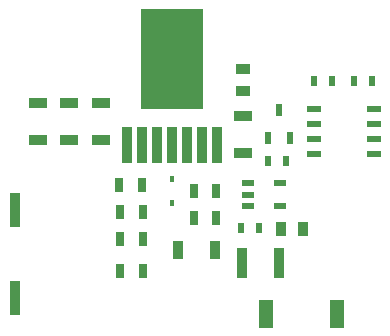
<source format=gtp>
G04 Layer_Color=8421504*
%FSLAX44Y44*%
%MOMM*%
G71*
G01*
G75*
%ADD10R,0.7000X1.3000*%
%ADD11R,0.4500X0.5900*%
%ADD12R,0.9000X1.3000*%
%ADD13R,0.9000X2.8500*%
%ADD14R,0.9000X1.6000*%
%ADD15R,1.6000X0.9000*%
%ADD16R,0.6000X0.9000*%
%ADD17R,0.9000X2.5000*%
%ADD18R,1.3000X2.4000*%
%ADD19R,1.0000X0.5500*%
%ADD20R,1.3000X0.9000*%
%ADD21R,0.8900X3.0600*%
%ADD22R,5.3500X8.5400*%
%ADD23R,0.5500X1.0000*%
%ADD24R,1.1940X0.5590*%
D10*
X490500Y517000D02*
D03*
X471500D02*
D03*
X491500Y444000D02*
D03*
X472500D02*
D03*
X491500Y471000D02*
D03*
X472500D02*
D03*
X491500Y494000D02*
D03*
X472500D02*
D03*
X534500Y489000D02*
D03*
X553500D02*
D03*
X553500Y512000D02*
D03*
X534500D02*
D03*
D11*
X516000Y501450D02*
D03*
Y522550D02*
D03*
D12*
X608500Y480000D02*
D03*
X627500D02*
D03*
D13*
X383000Y496250D02*
D03*
Y421750D02*
D03*
D14*
X552500Y462000D02*
D03*
X521500D02*
D03*
D15*
X403000Y555500D02*
D03*
Y586500D02*
D03*
X456000D02*
D03*
Y555500D02*
D03*
X429000D02*
D03*
Y586500D02*
D03*
X576000Y575500D02*
D03*
Y544500D02*
D03*
D16*
X574500Y481000D02*
D03*
X589500D02*
D03*
X597500Y537000D02*
D03*
X612500D02*
D03*
X636500Y605000D02*
D03*
X651500D02*
D03*
X670500D02*
D03*
X685500D02*
D03*
D17*
X606500Y451000D02*
D03*
X575500D02*
D03*
D18*
X596000Y408000D02*
D03*
X656000D02*
D03*
D19*
X580500Y518500D02*
D03*
Y509000D02*
D03*
Y499500D02*
D03*
X607500Y518500D02*
D03*
Y499500D02*
D03*
D20*
X576000Y615500D02*
D03*
Y596500D02*
D03*
D21*
X477900Y551000D02*
D03*
X490600D02*
D03*
X503300D02*
D03*
X516000D02*
D03*
X528700D02*
D03*
X541400D02*
D03*
X554100D02*
D03*
D22*
X516000Y624050D02*
D03*
D23*
X597500Y557150D02*
D03*
X616500D02*
D03*
X607000Y580850D02*
D03*
D24*
X687270Y542950D02*
D03*
Y555650D02*
D03*
Y568350D02*
D03*
Y581050D02*
D03*
X636730Y542950D02*
D03*
Y555650D02*
D03*
Y568350D02*
D03*
Y581050D02*
D03*
M02*

</source>
